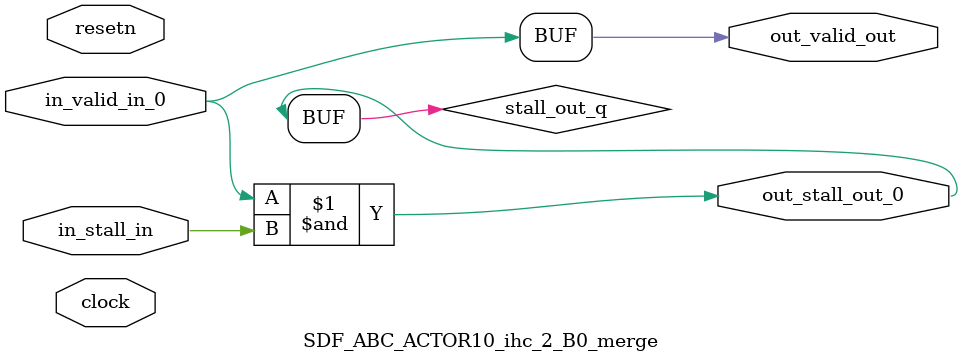
<source format=sv>



(* altera_attribute = "-name AUTO_SHIFT_REGISTER_RECOGNITION OFF; -name MESSAGE_DISABLE 10036; -name MESSAGE_DISABLE 10037; -name MESSAGE_DISABLE 14130; -name MESSAGE_DISABLE 14320; -name MESSAGE_DISABLE 15400; -name MESSAGE_DISABLE 14130; -name MESSAGE_DISABLE 10036; -name MESSAGE_DISABLE 12020; -name MESSAGE_DISABLE 12030; -name MESSAGE_DISABLE 12010; -name MESSAGE_DISABLE 12110; -name MESSAGE_DISABLE 14320; -name MESSAGE_DISABLE 13410; -name MESSAGE_DISABLE 113007; -name MESSAGE_DISABLE 10958" *)
module SDF_ABC_ACTOR10_ihc_2_B0_merge (
    input wire [0:0] in_stall_in,
    input wire [0:0] in_valid_in_0,
    output wire [0:0] out_stall_out_0,
    output wire [0:0] out_valid_out,
    input wire clock,
    input wire resetn
    );

    wire [0:0] stall_out_q;


    // stall_out(LOGICAL,6)
    assign stall_out_q = in_valid_in_0 & in_stall_in;

    // out_stall_out_0(GPOUT,4)
    assign out_stall_out_0 = stall_out_q;

    // out_valid_out(GPOUT,5)
    assign out_valid_out = in_valid_in_0;

endmodule

</source>
